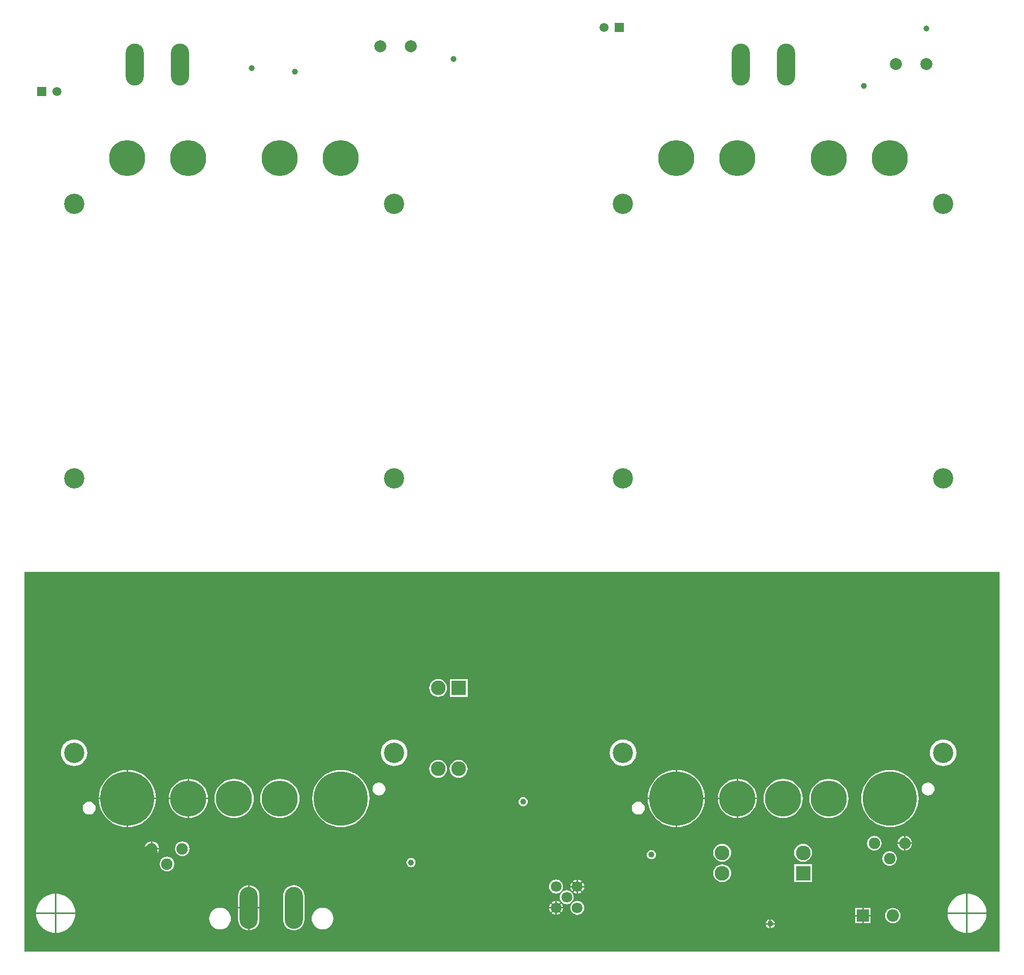
<source format=gbr>
%TF.GenerationSoftware,Altium Limited,Altium Designer,19.1.8 (144)*%
G04 Layer_Physical_Order=2*
G04 Layer_Color=16711680*
%FSLAX25Y25*%
%MOIN*%
%TF.FileFunction,Copper,L2,Bot,Signal*%
%TF.Part,Single*%
G01*
G75*
%TA.AperFunction,Conductor*%
%ADD16C,0.10000*%
%TA.AperFunction,ComponentPad*%
%ADD18C,0.23622*%
%ADD19C,0.35433*%
%ADD20C,0.13307*%
%ADD21C,0.03937*%
%ADD22R,0.08071X0.08071*%
%ADD23C,0.08071*%
%ADD24C,0.07087*%
%ADD25R,0.05906X0.05906*%
%ADD26C,0.05906*%
%ADD27C,0.09646*%
%ADD28R,0.09646X0.09646*%
%ADD29C,0.07874*%
%ADD30R,0.09646X0.09646*%
%ADD31O,0.11811X0.27559*%
%ADD32C,0.07500*%
%TA.AperFunction,ViaPad*%
%ADD33C,0.07087*%
G36*
X644500Y3500D02*
X5000D01*
Y252500D01*
X644500D01*
Y3500D01*
D02*
G37*
%LPC*%
G36*
X295516Y182339D02*
X283870D01*
Y170693D01*
X295516D01*
Y182339D01*
D02*
G37*
G36*
X276307Y182367D02*
X275166Y182254D01*
X274068Y181921D01*
X273056Y181381D01*
X272170Y180653D01*
X271442Y179766D01*
X270901Y178755D01*
X270568Y177657D01*
X270456Y176516D01*
X270568Y175374D01*
X270901Y174277D01*
X271442Y173265D01*
X272170Y172379D01*
X273056Y171651D01*
X274068Y171110D01*
X275166Y170777D01*
X276307Y170665D01*
X277449Y170777D01*
X278546Y171110D01*
X279558Y171651D01*
X280444Y172379D01*
X281172Y173265D01*
X281713Y174277D01*
X282046Y175374D01*
X282158Y176516D01*
X282046Y177657D01*
X281713Y178755D01*
X281172Y179766D01*
X280444Y180653D01*
X279558Y181381D01*
X278546Y181921D01*
X277449Y182254D01*
X276307Y182367D01*
D02*
G37*
G36*
X607342Y142719D02*
X605641Y142552D01*
X604006Y142055D01*
X602498Y141250D01*
X601177Y140165D01*
X600093Y138844D01*
X599287Y137337D01*
X598791Y135701D01*
X598623Y134000D01*
X598791Y132299D01*
X599287Y130663D01*
X600093Y129156D01*
X601177Y127835D01*
X602498Y126750D01*
X604006Y125945D01*
X605641Y125448D01*
X607342Y125281D01*
X609044Y125448D01*
X610679Y125945D01*
X612187Y126750D01*
X613508Y127835D01*
X614592Y129156D01*
X615398Y130663D01*
X615894Y132299D01*
X616062Y134000D01*
X615894Y135701D01*
X615398Y137337D01*
X614592Y138844D01*
X613508Y140165D01*
X612187Y141250D01*
X610679Y142055D01*
X609044Y142552D01*
X607342Y142719D01*
D02*
G37*
G36*
X397500D02*
X395799Y142552D01*
X394163Y142055D01*
X392656Y141250D01*
X391335Y140165D01*
X390250Y138844D01*
X389444Y137337D01*
X388948Y135701D01*
X388781Y134000D01*
X388948Y132299D01*
X389444Y130663D01*
X390250Y129156D01*
X391335Y127835D01*
X392656Y126750D01*
X394163Y125945D01*
X395799Y125448D01*
X397500Y125281D01*
X399201Y125448D01*
X400837Y125945D01*
X402344Y126750D01*
X403665Y127835D01*
X404750Y129156D01*
X405555Y130663D01*
X406051Y132299D01*
X406219Y134000D01*
X406051Y135701D01*
X405555Y137337D01*
X404750Y138844D01*
X403665Y140165D01*
X402344Y141250D01*
X400837Y142055D01*
X399201Y142552D01*
X397500Y142719D01*
D02*
G37*
G36*
X247421D02*
X245720Y142552D01*
X244085Y142055D01*
X242577Y141250D01*
X241256Y140165D01*
X240172Y138844D01*
X239366Y137337D01*
X238870Y135701D01*
X238702Y134000D01*
X238870Y132299D01*
X239366Y130663D01*
X240172Y129156D01*
X241256Y127835D01*
X242577Y126750D01*
X244085Y125945D01*
X245720Y125448D01*
X247421Y125281D01*
X249122Y125448D01*
X250758Y125945D01*
X252265Y126750D01*
X253587Y127835D01*
X254671Y129156D01*
X255477Y130663D01*
X255973Y132299D01*
X256140Y134000D01*
X255973Y135701D01*
X255477Y137337D01*
X254671Y138844D01*
X253587Y140165D01*
X252265Y141250D01*
X250758Y142055D01*
X249122Y142552D01*
X247421Y142719D01*
D02*
G37*
G36*
X37579D02*
X35878Y142552D01*
X34242Y142055D01*
X32735Y141250D01*
X31413Y140165D01*
X30329Y138844D01*
X29523Y137337D01*
X29027Y135701D01*
X28860Y134000D01*
X29027Y132299D01*
X29523Y130663D01*
X30329Y129156D01*
X31413Y127835D01*
X32735Y126750D01*
X34242Y125945D01*
X35878Y125448D01*
X37579Y125281D01*
X39280Y125448D01*
X40915Y125945D01*
X42423Y126750D01*
X43744Y127835D01*
X44828Y129156D01*
X45634Y130663D01*
X46130Y132299D01*
X46298Y134000D01*
X46130Y135701D01*
X45634Y137337D01*
X44828Y138844D01*
X43744Y140165D01*
X42423Y141250D01*
X40915Y142055D01*
X39280Y142552D01*
X37579Y142719D01*
D02*
G37*
G36*
X289693Y129335D02*
X288551Y129223D01*
X287454Y128890D01*
X286442Y128349D01*
X285556Y127621D01*
X284828Y126735D01*
X284287Y125723D01*
X283954Y124626D01*
X283842Y123484D01*
X283954Y122343D01*
X284287Y121245D01*
X284828Y120234D01*
X285556Y119347D01*
X286442Y118619D01*
X287454Y118079D01*
X288551Y117746D01*
X289693Y117633D01*
X290834Y117746D01*
X291932Y118079D01*
X292944Y118619D01*
X293830Y119347D01*
X294558Y120234D01*
X295098Y121245D01*
X295431Y122343D01*
X295544Y123484D01*
X295431Y124626D01*
X295098Y125723D01*
X294558Y126735D01*
X293830Y127621D01*
X292944Y128349D01*
X291932Y128890D01*
X290834Y129223D01*
X289693Y129335D01*
D02*
G37*
G36*
X276307D02*
X275166Y129223D01*
X274068Y128890D01*
X273056Y128349D01*
X272170Y127621D01*
X271442Y126735D01*
X270901Y125723D01*
X270568Y124626D01*
X270456Y123484D01*
X270568Y122343D01*
X270901Y121245D01*
X271442Y120234D01*
X272170Y119347D01*
X273056Y118619D01*
X274068Y118079D01*
X275166Y117746D01*
X276307Y117633D01*
X277449Y117746D01*
X278546Y118079D01*
X279558Y118619D01*
X280444Y119347D01*
X281172Y120234D01*
X281713Y121245D01*
X282046Y122343D01*
X282158Y123484D01*
X282046Y124626D01*
X281713Y125723D01*
X281172Y126735D01*
X280444Y127621D01*
X279558Y128349D01*
X278546Y128890D01*
X277449Y129223D01*
X276307Y129335D01*
D02*
G37*
G36*
X597421Y114536D02*
X596325Y114392D01*
X595303Y113969D01*
X594426Y113295D01*
X593752Y112418D01*
X593329Y111396D01*
X593185Y110300D01*
X593329Y109204D01*
X593752Y108182D01*
X594426Y107305D01*
X595303Y106631D01*
X596325Y106208D01*
X597421Y106064D01*
X598518Y106208D01*
X599539Y106631D01*
X600417Y107305D01*
X601090Y108182D01*
X601513Y109204D01*
X601657Y110300D01*
X601513Y111396D01*
X601090Y112418D01*
X600417Y113295D01*
X599539Y113969D01*
X598518Y114392D01*
X597421Y114536D01*
D02*
G37*
G36*
X237500D02*
X236404Y114392D01*
X235382Y113969D01*
X234505Y113295D01*
X233831Y112418D01*
X233408Y111396D01*
X233264Y110300D01*
X233408Y109204D01*
X233831Y108182D01*
X234505Y107305D01*
X235382Y106631D01*
X236404Y106208D01*
X237500Y106064D01*
X238596Y106208D01*
X239618Y106631D01*
X240495Y107305D01*
X241169Y108182D01*
X241592Y109204D01*
X241736Y110300D01*
X241592Y111396D01*
X241169Y112418D01*
X240495Y113295D01*
X239618Y113969D01*
X238596Y114392D01*
X237500Y114536D01*
D02*
G37*
G36*
X472921Y116811D02*
Y104500D01*
X485232D01*
X485114Y106010D01*
X484643Y107971D01*
X483871Y109834D01*
X482818Y111553D01*
X481508Y113087D01*
X479975Y114396D01*
X478255Y115450D01*
X476392Y116222D01*
X474432Y116692D01*
X472921Y116811D01*
D02*
G37*
G36*
X471921D02*
X470411Y116692D01*
X468450Y116222D01*
X466587Y115450D01*
X464868Y114396D01*
X463334Y113087D01*
X462025Y111553D01*
X460971Y109834D01*
X460199Y107971D01*
X459729Y106010D01*
X459610Y104500D01*
X471921D01*
Y116811D01*
D02*
G37*
G36*
X432921Y122724D02*
Y104500D01*
X451145D01*
X451017Y106448D01*
X450539Y108855D01*
X449750Y111178D01*
X448665Y113378D01*
X447302Y115418D01*
X445684Y117263D01*
X443840Y118881D01*
X441799Y120244D01*
X439599Y121329D01*
X437276Y122118D01*
X434869Y122596D01*
X432921Y122724D01*
D02*
G37*
G36*
X431921D02*
X429973Y122596D01*
X427567Y122118D01*
X425243Y121329D01*
X423043Y120244D01*
X421003Y118881D01*
X419158Y117263D01*
X417541Y115418D01*
X416177Y113378D01*
X415092Y111178D01*
X414304Y108855D01*
X413825Y106448D01*
X413697Y104500D01*
X431921D01*
Y122724D01*
D02*
G37*
G36*
X113000Y116811D02*
Y104500D01*
X125311D01*
X125192Y106010D01*
X124722Y107971D01*
X123950Y109834D01*
X122896Y111553D01*
X121587Y113087D01*
X120053Y114396D01*
X118334Y115450D01*
X116471Y116222D01*
X114510Y116692D01*
X113000Y116811D01*
D02*
G37*
G36*
X112000D02*
X110490Y116692D01*
X108529Y116222D01*
X106666Y115450D01*
X104947Y114396D01*
X103413Y113087D01*
X102104Y111553D01*
X101050Y109834D01*
X100278Y107971D01*
X99808Y106010D01*
X99689Y104500D01*
X112000D01*
Y116811D01*
D02*
G37*
G36*
X73000Y122724D02*
Y104500D01*
X91224D01*
X91096Y106448D01*
X90618Y108855D01*
X89829Y111178D01*
X88744Y113378D01*
X87381Y115418D01*
X85763Y117263D01*
X83918Y118881D01*
X81878Y120244D01*
X79678Y121329D01*
X77355Y122118D01*
X74948Y122596D01*
X73000Y122724D01*
D02*
G37*
G36*
X72000D02*
X70052Y122596D01*
X67645Y122118D01*
X65322Y121329D01*
X63122Y120244D01*
X61082Y118881D01*
X59237Y117263D01*
X57619Y115418D01*
X56256Y113378D01*
X55171Y111178D01*
X54382Y108855D01*
X53904Y106448D01*
X53776Y104500D01*
X72000D01*
Y122724D01*
D02*
G37*
G36*
X332000Y104930D02*
X331225Y104828D01*
X330503Y104529D01*
X329883Y104053D01*
X329407Y103433D01*
X329108Y102711D01*
X329006Y101936D01*
X329108Y101161D01*
X329407Y100439D01*
X329883Y99819D01*
X330503Y99343D01*
X331225Y99044D01*
X332000Y98942D01*
X332775Y99044D01*
X333497Y99343D01*
X334117Y99819D01*
X334593Y100439D01*
X334892Y101161D01*
X334994Y101936D01*
X334892Y102711D01*
X334593Y103433D01*
X334117Y104053D01*
X333497Y104529D01*
X332775Y104828D01*
X332000Y104930D01*
D02*
G37*
G36*
X407421Y101936D02*
X406325Y101792D01*
X405303Y101369D01*
X404426Y100696D01*
X403753Y99818D01*
X403329Y98796D01*
X403185Y97700D01*
X403329Y96604D01*
X403753Y95582D01*
X404426Y94705D01*
X405303Y94031D01*
X406325Y93608D01*
X407421Y93464D01*
X408518Y93608D01*
X409539Y94031D01*
X410417Y94705D01*
X411090Y95582D01*
X411513Y96604D01*
X411657Y97700D01*
X411513Y98796D01*
X411090Y99818D01*
X410417Y100696D01*
X409539Y101369D01*
X408518Y101792D01*
X407421Y101936D01*
D02*
G37*
G36*
X47500D02*
X46404Y101792D01*
X45382Y101369D01*
X44504Y100696D01*
X43831Y99818D01*
X43408Y98796D01*
X43264Y97700D01*
X43408Y96604D01*
X43831Y95582D01*
X44504Y94705D01*
X45382Y94031D01*
X46404Y93608D01*
X47500Y93464D01*
X48596Y93608D01*
X49618Y94031D01*
X50495Y94705D01*
X51169Y95582D01*
X51592Y96604D01*
X51736Y97700D01*
X51592Y98796D01*
X51169Y99818D01*
X50495Y100696D01*
X49618Y101369D01*
X48596Y101792D01*
X47500Y101936D01*
D02*
G37*
G36*
X485232Y103500D02*
X472921D01*
Y91189D01*
X474432Y91308D01*
X476392Y91778D01*
X478255Y92550D01*
X479975Y93604D01*
X481508Y94913D01*
X482818Y96447D01*
X483871Y98166D01*
X484643Y100029D01*
X485114Y101990D01*
X485232Y103500D01*
D02*
G37*
G36*
X471921D02*
X459610D01*
X459729Y101990D01*
X460199Y100029D01*
X460971Y98166D01*
X462025Y96447D01*
X463334Y94913D01*
X464868Y93604D01*
X466587Y92550D01*
X468450Y91778D01*
X470411Y91308D01*
X471921Y91189D01*
Y103500D01*
D02*
G37*
G36*
X125311D02*
X113000D01*
Y91189D01*
X114510Y91308D01*
X116471Y91778D01*
X118334Y92550D01*
X120053Y93604D01*
X121587Y94913D01*
X122896Y96447D01*
X123950Y98166D01*
X124722Y100029D01*
X125192Y101990D01*
X125311Y103500D01*
D02*
G37*
G36*
X112000D02*
X99689D01*
X99808Y101990D01*
X100278Y100029D01*
X101050Y98166D01*
X102104Y96447D01*
X103413Y94913D01*
X104947Y93604D01*
X106666Y92550D01*
X108529Y91778D01*
X110490Y91308D01*
X112000Y91189D01*
Y103500D01*
D02*
G37*
G36*
X532421Y116851D02*
X530411Y116692D01*
X528450Y116222D01*
X526587Y115450D01*
X524868Y114396D01*
X523334Y113087D01*
X522025Y111553D01*
X520971Y109834D01*
X520199Y107971D01*
X519729Y106010D01*
X519571Y104000D01*
X519729Y101990D01*
X520199Y100029D01*
X520971Y98166D01*
X522025Y96447D01*
X523334Y94913D01*
X524868Y93604D01*
X526587Y92550D01*
X528450Y91778D01*
X530411Y91308D01*
X532421Y91149D01*
X534432Y91308D01*
X536392Y91778D01*
X538255Y92550D01*
X539975Y93604D01*
X541508Y94913D01*
X542818Y96447D01*
X543871Y98166D01*
X544643Y100029D01*
X545114Y101990D01*
X545272Y104000D01*
X545114Y106010D01*
X544643Y107971D01*
X543871Y109834D01*
X542818Y111553D01*
X541508Y113087D01*
X539975Y114396D01*
X538255Y115450D01*
X536392Y116222D01*
X534432Y116692D01*
X532421Y116851D01*
D02*
G37*
G36*
X502421D02*
X500411Y116692D01*
X498450Y116222D01*
X496587Y115450D01*
X494868Y114396D01*
X493334Y113087D01*
X492025Y111553D01*
X490971Y109834D01*
X490200Y107971D01*
X489729Y106010D01*
X489571Y104000D01*
X489729Y101990D01*
X490200Y100029D01*
X490971Y98166D01*
X492025Y96447D01*
X493334Y94913D01*
X494868Y93604D01*
X496587Y92550D01*
X498450Y91778D01*
X500411Y91308D01*
X502421Y91149D01*
X504431Y91308D01*
X506392Y91778D01*
X508255Y92550D01*
X509975Y93604D01*
X511508Y94913D01*
X512818Y96447D01*
X513871Y98166D01*
X514643Y100029D01*
X515114Y101990D01*
X515272Y104000D01*
X515114Y106010D01*
X514643Y107971D01*
X513871Y109834D01*
X512818Y111553D01*
X511508Y113087D01*
X509975Y114396D01*
X508255Y115450D01*
X506392Y116222D01*
X504431Y116692D01*
X502421Y116851D01*
D02*
G37*
G36*
X172500D02*
X170490Y116692D01*
X168529Y116222D01*
X166666Y115450D01*
X164947Y114396D01*
X163413Y113087D01*
X162104Y111553D01*
X161050Y109834D01*
X160278Y107971D01*
X159808Y106010D01*
X159649Y104000D01*
X159808Y101990D01*
X160278Y100029D01*
X161050Y98166D01*
X162104Y96447D01*
X163413Y94913D01*
X164947Y93604D01*
X166666Y92550D01*
X168529Y91778D01*
X170490Y91308D01*
X172500Y91149D01*
X174510Y91308D01*
X176471Y91778D01*
X178334Y92550D01*
X180053Y93604D01*
X181587Y94913D01*
X182896Y96447D01*
X183950Y98166D01*
X184722Y100029D01*
X185192Y101990D01*
X185351Y104000D01*
X185192Y106010D01*
X184722Y107971D01*
X183950Y109834D01*
X182896Y111553D01*
X181587Y113087D01*
X180053Y114396D01*
X178334Y115450D01*
X176471Y116222D01*
X174510Y116692D01*
X172500Y116851D01*
D02*
G37*
G36*
X142500D02*
X140490Y116692D01*
X138529Y116222D01*
X136666Y115450D01*
X134947Y114396D01*
X133413Y113087D01*
X132104Y111553D01*
X131050Y109834D01*
X130278Y107971D01*
X129808Y106010D01*
X129649Y104000D01*
X129808Y101990D01*
X130278Y100029D01*
X131050Y98166D01*
X132104Y96447D01*
X133413Y94913D01*
X134947Y93604D01*
X136666Y92550D01*
X138529Y91778D01*
X140490Y91308D01*
X142500Y91149D01*
X144510Y91308D01*
X146471Y91778D01*
X148334Y92550D01*
X150053Y93604D01*
X151587Y94913D01*
X152896Y96447D01*
X153950Y98166D01*
X154722Y100029D01*
X155192Y101990D01*
X155351Y104000D01*
X155192Y106010D01*
X154722Y107971D01*
X153950Y109834D01*
X152896Y111553D01*
X151587Y113087D01*
X150053Y114396D01*
X148334Y115450D01*
X146471Y116222D01*
X144510Y116692D01*
X142500Y116851D01*
D02*
G37*
G36*
X451145Y103500D02*
X432921D01*
Y85276D01*
X434869Y85404D01*
X437276Y85882D01*
X439599Y86671D01*
X441799Y87756D01*
X443840Y89119D01*
X445684Y90737D01*
X447302Y92582D01*
X448665Y94622D01*
X449750Y96822D01*
X450539Y99145D01*
X451017Y101552D01*
X451145Y103500D01*
D02*
G37*
G36*
X431921D02*
X413697D01*
X413825Y101552D01*
X414304Y99145D01*
X415092Y96822D01*
X416177Y94622D01*
X417541Y92582D01*
X419158Y90737D01*
X421003Y89119D01*
X423043Y87756D01*
X425243Y86671D01*
X427567Y85882D01*
X429973Y85404D01*
X431921Y85276D01*
Y103500D01*
D02*
G37*
G36*
X91224D02*
X73000D01*
Y85276D01*
X74948Y85404D01*
X77355Y85882D01*
X79678Y86671D01*
X81878Y87756D01*
X83918Y89119D01*
X85763Y90737D01*
X87381Y92582D01*
X88744Y94622D01*
X89829Y96822D01*
X90618Y99145D01*
X91096Y101552D01*
X91224Y103500D01*
D02*
G37*
G36*
X72000D02*
X53776D01*
X53904Y101552D01*
X54382Y99145D01*
X55171Y96822D01*
X56256Y94622D01*
X57619Y92582D01*
X59237Y90737D01*
X61082Y89119D01*
X63122Y87756D01*
X65322Y86671D01*
X67645Y85882D01*
X70052Y85404D01*
X72000Y85276D01*
Y103500D01*
D02*
G37*
G36*
X572421Y122757D02*
X569973Y122596D01*
X567567Y122118D01*
X565243Y121329D01*
X563043Y120244D01*
X561003Y118881D01*
X559158Y117263D01*
X557541Y115418D01*
X556177Y113378D01*
X555092Y111178D01*
X554304Y108855D01*
X553825Y106448D01*
X553664Y104000D01*
X553825Y101552D01*
X554304Y99145D01*
X555092Y96822D01*
X556177Y94622D01*
X557541Y92582D01*
X559158Y90737D01*
X561003Y89119D01*
X563043Y87756D01*
X565243Y86671D01*
X567567Y85882D01*
X569973Y85404D01*
X572421Y85243D01*
X574869Y85404D01*
X577276Y85882D01*
X579599Y86671D01*
X581800Y87756D01*
X583840Y89119D01*
X585684Y90737D01*
X587302Y92582D01*
X588665Y94622D01*
X589750Y96822D01*
X590539Y99145D01*
X591017Y101552D01*
X591178Y104000D01*
X591017Y106448D01*
X590539Y108855D01*
X589750Y111178D01*
X588665Y113378D01*
X587302Y115418D01*
X585684Y117263D01*
X583840Y118881D01*
X581800Y120244D01*
X579599Y121329D01*
X577276Y122118D01*
X574869Y122596D01*
X572421Y122757D01*
D02*
G37*
G36*
X212500D02*
X210052Y122596D01*
X207645Y122118D01*
X205322Y121329D01*
X203122Y120244D01*
X201082Y118881D01*
X199237Y117263D01*
X197619Y115418D01*
X196256Y113378D01*
X195171Y111178D01*
X194382Y108855D01*
X193904Y106448D01*
X193743Y104000D01*
X193904Y101552D01*
X194382Y99145D01*
X195171Y96822D01*
X196256Y94622D01*
X197619Y92582D01*
X199237Y90737D01*
X201082Y89119D01*
X203122Y87756D01*
X205322Y86671D01*
X207645Y85882D01*
X210052Y85404D01*
X212500Y85243D01*
X214948Y85404D01*
X217355Y85882D01*
X219678Y86671D01*
X221878Y87756D01*
X223918Y89119D01*
X225763Y90737D01*
X227381Y92582D01*
X228744Y94622D01*
X229829Y96822D01*
X230618Y99145D01*
X231096Y101552D01*
X231257Y104000D01*
X231096Y106448D01*
X230618Y108855D01*
X229829Y111178D01*
X228744Y113378D01*
X227381Y115418D01*
X225763Y117263D01*
X223918Y118881D01*
X221878Y120244D01*
X219678Y121329D01*
X217355Y122118D01*
X214948Y122596D01*
X212500Y122757D01*
D02*
G37*
G36*
X582701Y79393D02*
Y75168D01*
X586927D01*
X586829Y75908D01*
X586350Y77063D01*
X585589Y78056D01*
X584597Y78817D01*
X583441Y79296D01*
X582701Y79393D01*
D02*
G37*
G36*
X581701Y79393D02*
X580961Y79296D01*
X579806Y78817D01*
X578814Y78056D01*
X578052Y77063D01*
X577574Y75908D01*
X577476Y75168D01*
X581701D01*
Y79393D01*
D02*
G37*
G36*
X89000Y75784D02*
Y71559D01*
X93225D01*
X93128Y72299D01*
X92649Y73454D01*
X91888Y74447D01*
X90895Y75208D01*
X89740Y75687D01*
X89000Y75784D01*
D02*
G37*
G36*
X88000D02*
X87260Y75687D01*
X86105Y75208D01*
X85112Y74447D01*
X84351Y73454D01*
X83872Y72299D01*
X83775Y71559D01*
X88000D01*
Y75784D01*
D02*
G37*
G36*
X581701Y74168D02*
X577476D01*
X577574Y73428D01*
X578052Y72272D01*
X578814Y71280D01*
X579806Y70519D01*
X580961Y70040D01*
X581701Y69943D01*
Y74168D01*
D02*
G37*
G36*
X586927D02*
X582701D01*
Y69943D01*
X583441Y70040D01*
X584597Y70519D01*
X585589Y71280D01*
X586350Y72272D01*
X586829Y73428D01*
X586927Y74168D01*
D02*
G37*
G36*
X562201Y79459D02*
X560961Y79296D01*
X559806Y78817D01*
X558814Y78056D01*
X558052Y77063D01*
X557574Y75908D01*
X557410Y74668D01*
X557574Y73428D01*
X558052Y72272D01*
X558814Y71280D01*
X559806Y70519D01*
X560961Y70040D01*
X562201Y69877D01*
X563441Y70040D01*
X564597Y70519D01*
X565589Y71280D01*
X566351Y72272D01*
X566829Y73428D01*
X566992Y74668D01*
X566829Y75908D01*
X566351Y77063D01*
X565589Y78056D01*
X564597Y78817D01*
X563441Y79296D01*
X562201Y79459D01*
D02*
G37*
G36*
X93225Y70559D02*
X89000D01*
Y66334D01*
X89740Y66431D01*
X90895Y66910D01*
X91888Y67671D01*
X92649Y68664D01*
X93128Y69819D01*
X93225Y70559D01*
D02*
G37*
G36*
X88000D02*
X83775D01*
X83872Y69819D01*
X84351Y68664D01*
X85112Y67671D01*
X86105Y66910D01*
X87260Y66431D01*
X88000Y66334D01*
Y70559D01*
D02*
G37*
G36*
X108500Y75850D02*
X107260Y75687D01*
X106105Y75208D01*
X105112Y74447D01*
X104351Y73454D01*
X103872Y72299D01*
X103709Y71059D01*
X103872Y69819D01*
X104351Y68664D01*
X105112Y67671D01*
X106105Y66910D01*
X107260Y66431D01*
X108500Y66268D01*
X109740Y66431D01*
X110896Y66910D01*
X111888Y67671D01*
X112649Y68664D01*
X113128Y69819D01*
X113291Y71059D01*
X113128Y72299D01*
X112649Y73454D01*
X111888Y74447D01*
X110896Y75208D01*
X109740Y75687D01*
X108500Y75850D01*
D02*
G37*
G36*
X416032Y70175D02*
X415257Y70073D01*
X414535Y69774D01*
X413914Y69298D01*
X413439Y68678D01*
X413139Y67956D01*
X413037Y67181D01*
X413139Y66406D01*
X413439Y65684D01*
X413914Y65064D01*
X414535Y64588D01*
X415257Y64289D01*
X416032Y64187D01*
X416807Y64289D01*
X417529Y64588D01*
X418149Y65064D01*
X418625Y65684D01*
X418924Y66406D01*
X419026Y67181D01*
X418924Y67956D01*
X418625Y68678D01*
X418149Y69298D01*
X417529Y69774D01*
X416807Y70073D01*
X416032Y70175D01*
D02*
G37*
G36*
X515516Y74257D02*
X514374Y74144D01*
X513277Y73811D01*
X512265Y73271D01*
X511378Y72543D01*
X510651Y71656D01*
X510110Y70645D01*
X509777Y69547D01*
X509665Y68406D01*
X509777Y67264D01*
X510110Y66167D01*
X510651Y65155D01*
X511378Y64268D01*
X512265Y63541D01*
X513277Y63000D01*
X514374Y62667D01*
X515516Y62555D01*
X516657Y62667D01*
X517755Y63000D01*
X518766Y63541D01*
X519653Y64268D01*
X520381Y65155D01*
X520921Y66167D01*
X521254Y67264D01*
X521367Y68406D01*
X521254Y69547D01*
X520921Y70645D01*
X520381Y71656D01*
X519653Y72543D01*
X518766Y73271D01*
X517755Y73811D01*
X516657Y74144D01*
X515516Y74257D01*
D02*
G37*
G36*
X462484D02*
X461343Y74144D01*
X460245Y73811D01*
X459234Y73271D01*
X458347Y72543D01*
X457619Y71656D01*
X457079Y70645D01*
X456746Y69547D01*
X456633Y68406D01*
X456746Y67264D01*
X457079Y66167D01*
X457619Y65155D01*
X458347Y64268D01*
X459234Y63541D01*
X460245Y63000D01*
X461343Y62667D01*
X462484Y62555D01*
X463626Y62667D01*
X464723Y63000D01*
X465735Y63541D01*
X466621Y64268D01*
X467349Y65155D01*
X467890Y66167D01*
X468223Y67264D01*
X468335Y68406D01*
X468223Y69547D01*
X467890Y70645D01*
X467349Y71656D01*
X466621Y72543D01*
X465735Y73271D01*
X464723Y73811D01*
X463626Y74144D01*
X462484Y74257D01*
D02*
G37*
G36*
X572201Y69459D02*
X570961Y69296D01*
X569806Y68817D01*
X568814Y68056D01*
X568052Y67063D01*
X567574Y65908D01*
X567410Y64668D01*
X567574Y63428D01*
X568052Y62272D01*
X568814Y61280D01*
X569806Y60519D01*
X570961Y60040D01*
X572201Y59877D01*
X573441Y60040D01*
X574597Y60519D01*
X575589Y61280D01*
X576350Y62272D01*
X576829Y63428D01*
X576992Y64668D01*
X576829Y65908D01*
X576350Y67063D01*
X575589Y68056D01*
X574597Y68817D01*
X573441Y69296D01*
X572201Y69459D01*
D02*
G37*
G36*
X258500Y64994D02*
X257725Y64892D01*
X257003Y64593D01*
X256383Y64117D01*
X255907Y63497D01*
X255608Y62775D01*
X255506Y62000D01*
X255608Y61225D01*
X255907Y60503D01*
X256383Y59883D01*
X257003Y59407D01*
X257725Y59108D01*
X258500Y59006D01*
X259275Y59108D01*
X259997Y59407D01*
X260617Y59883D01*
X261093Y60503D01*
X261392Y61225D01*
X261494Y62000D01*
X261392Y62775D01*
X261093Y63497D01*
X260617Y64117D01*
X259997Y64593D01*
X259275Y64892D01*
X258500Y64994D01*
D02*
G37*
G36*
X98500Y65850D02*
X97260Y65687D01*
X96105Y65208D01*
X95112Y64447D01*
X94351Y63455D01*
X93872Y62299D01*
X93709Y61059D01*
X93872Y59819D01*
X94351Y58663D01*
X95112Y57671D01*
X96105Y56910D01*
X97260Y56431D01*
X98500Y56268D01*
X99740Y56431D01*
X100896Y56910D01*
X101888Y57671D01*
X102649Y58663D01*
X103128Y59819D01*
X103291Y61059D01*
X103128Y62299D01*
X102649Y63455D01*
X101888Y64447D01*
X100896Y65208D01*
X99740Y65687D01*
X98500Y65850D01*
D02*
G37*
G36*
X521339Y60843D02*
X509693D01*
Y49197D01*
X521339D01*
Y60843D01*
D02*
G37*
G36*
X462484Y60871D02*
X461343Y60758D01*
X460245Y60425D01*
X459234Y59885D01*
X458347Y59157D01*
X457619Y58270D01*
X457079Y57259D01*
X456746Y56161D01*
X456633Y55020D01*
X456746Y53878D01*
X457079Y52781D01*
X457619Y51769D01*
X458347Y50883D01*
X459234Y50155D01*
X460245Y49614D01*
X461343Y49281D01*
X462484Y49169D01*
X463626Y49281D01*
X464723Y49614D01*
X465735Y50155D01*
X466621Y50883D01*
X467349Y51769D01*
X467890Y52781D01*
X468223Y53878D01*
X468335Y55020D01*
X468223Y56161D01*
X467890Y57259D01*
X467349Y58270D01*
X466621Y59157D01*
X465735Y59885D01*
X464723Y60425D01*
X463626Y60758D01*
X462484Y60871D01*
D02*
G37*
G36*
X367000Y50760D02*
X366314Y50670D01*
X365761Y50441D01*
X365209Y50212D01*
X364660Y49791D01*
X367000Y47451D01*
Y50760D01*
D02*
G37*
G36*
X368000D02*
Y47451D01*
X370340Y49791D01*
X369791Y50212D01*
X369239Y50441D01*
X368686Y50670D01*
X368000Y50760D01*
D02*
G37*
G36*
X371047Y49084D02*
X368707Y46744D01*
X372017D01*
X371926Y47430D01*
X371697Y47982D01*
X371469Y48535D01*
X371047Y49084D01*
D02*
G37*
G36*
X363953D02*
X363531Y48535D01*
X363302Y47982D01*
X363074Y47430D01*
X362983Y46744D01*
X366293D01*
X363953Y49084D01*
D02*
G37*
G36*
X366293Y45744D02*
X362983D01*
X363074Y45057D01*
X363302Y44505D01*
X363531Y43952D01*
X363953Y43403D01*
X366293Y45744D01*
D02*
G37*
G36*
X372017D02*
X368707D01*
X371047Y43403D01*
X371469Y43952D01*
X371697Y44505D01*
X371926Y45057D01*
X372017Y45744D01*
D02*
G37*
G36*
X368000Y45037D02*
Y41727D01*
X368686Y41817D01*
X369239Y42046D01*
X369791Y42275D01*
X370340Y42696D01*
X368000Y45037D01*
D02*
G37*
G36*
X367000D02*
X364660Y42696D01*
X365209Y42275D01*
X365761Y42046D01*
X366314Y41817D01*
X367000Y41727D01*
Y45037D01*
D02*
G37*
G36*
X353581Y50826D02*
X352395Y50670D01*
X351842Y50441D01*
X351289Y50212D01*
X350340Y49484D01*
X349612Y48535D01*
X349383Y47982D01*
X349154Y47430D01*
X348998Y46244D01*
X349154Y45057D01*
X349383Y44505D01*
X349612Y43952D01*
X350340Y43003D01*
X351289Y42275D01*
X351842Y42046D01*
X352395Y41817D01*
X353581Y41661D01*
X354767Y41817D01*
X355319Y42046D01*
X355872Y42275D01*
X356821Y43003D01*
X357549Y43952D01*
X357778Y44505D01*
X358007Y45057D01*
X358163Y46244D01*
X358007Y47430D01*
X357778Y47982D01*
X357549Y48535D01*
X356821Y49484D01*
X355872Y50212D01*
X355319Y50441D01*
X354767Y50670D01*
X353581Y50826D01*
D02*
G37*
G36*
X360540Y43866D02*
X359354Y43710D01*
X358802Y43481D01*
X358249Y43252D01*
X357300Y42524D01*
X356572Y41575D01*
X356343Y41023D01*
X356114Y40470D01*
X355958Y39284D01*
X356114Y38098D01*
X356343Y37545D01*
X356572Y36993D01*
X357300Y36044D01*
X358249Y35315D01*
X358802Y35086D01*
X359354Y34857D01*
X360540Y34701D01*
X361726Y34857D01*
X362279Y35086D01*
X362831Y35315D01*
X363781Y36044D01*
X364509Y36993D01*
X364738Y37545D01*
X364967Y38098D01*
X365123Y39284D01*
X364967Y40470D01*
X364738Y41023D01*
X364509Y41575D01*
X363781Y42524D01*
X362831Y43252D01*
X362279Y43481D01*
X361726Y43710D01*
X360540Y43866D01*
D02*
G37*
G36*
X354081Y36841D02*
Y33531D01*
X356421Y35871D01*
X355872Y36293D01*
X355319Y36522D01*
X354767Y36751D01*
X354081Y36841D01*
D02*
G37*
G36*
X353081D02*
X352395Y36751D01*
X351842Y36522D01*
X351289Y36293D01*
X350740Y35871D01*
X353081Y33531D01*
Y36841D01*
D02*
G37*
G36*
X152614Y47157D02*
Y32894D01*
X159053D01*
Y40268D01*
X158920Y41621D01*
X158525Y42923D01*
X157884Y44123D01*
X157021Y45174D01*
X155969Y46037D01*
X154770Y46678D01*
X153468Y47073D01*
X152614Y47157D01*
D02*
G37*
G36*
X151614D02*
X150760Y47073D01*
X149459Y46678D01*
X148259Y46037D01*
X147208Y45174D01*
X146345Y44123D01*
X145703Y42923D01*
X145309Y41621D01*
X145175Y40268D01*
Y32894D01*
X151614D01*
Y47157D01*
D02*
G37*
G36*
X357128Y35164D02*
X354788Y32824D01*
X358097D01*
X358007Y33510D01*
X357778Y34063D01*
X357549Y34615D01*
X357128Y35164D01*
D02*
G37*
G36*
X350033Y35164D02*
X349612Y34615D01*
X349383Y34063D01*
X349154Y33510D01*
X349064Y32824D01*
X352373D01*
X350033Y35164D01*
D02*
G37*
G36*
X352374Y31824D02*
X349064D01*
X349154Y31138D01*
X349383Y30586D01*
X349612Y30033D01*
X350033Y29484D01*
X352374Y31824D01*
D02*
G37*
G36*
X358097D02*
X354788D01*
X357128Y29484D01*
X357549Y30033D01*
X357778Y30586D01*
X358007Y31138D01*
X358097Y31824D01*
D02*
G37*
G36*
X623500Y41591D02*
Y29280D01*
X635811D01*
X635692Y30790D01*
X635222Y32751D01*
X634450Y34614D01*
X633396Y36333D01*
X632087Y37866D01*
X630553Y39176D01*
X628834Y40230D01*
X626971Y41001D01*
X625010Y41472D01*
X623500Y41591D01*
D02*
G37*
G36*
X26000D02*
Y29280D01*
X38311D01*
X38192Y30790D01*
X37722Y32751D01*
X36950Y34614D01*
X35896Y36333D01*
X34587Y37866D01*
X33053Y39176D01*
X31334Y40230D01*
X29471Y41001D01*
X27510Y41472D01*
X26000Y41591D01*
D02*
G37*
G36*
X622500D02*
X620990Y41472D01*
X619029Y41001D01*
X617166Y40230D01*
X615447Y39176D01*
X613913Y37866D01*
X612604Y36333D01*
X611550Y34614D01*
X610778Y32751D01*
X610308Y30790D01*
X610189Y29280D01*
X622500D01*
Y41591D01*
D02*
G37*
G36*
X25000D02*
X23490Y41472D01*
X21529Y41001D01*
X19666Y40230D01*
X17947Y39176D01*
X16413Y37866D01*
X15104Y36333D01*
X14050Y34614D01*
X13278Y32751D01*
X12808Y30790D01*
X12689Y29280D01*
X25000D01*
Y41591D01*
D02*
G37*
G36*
X354081Y31117D02*
Y27808D01*
X354767Y27898D01*
X355319Y28127D01*
X355872Y28356D01*
X356421Y28777D01*
X354081Y31117D01*
D02*
G37*
G36*
X353081Y31117D02*
X350740Y28777D01*
X351289Y28356D01*
X351842Y28127D01*
X352395Y27898D01*
X353081Y27808D01*
Y31117D01*
D02*
G37*
G36*
X367500Y36907D02*
X366314Y36751D01*
X365761Y36522D01*
X365209Y36293D01*
X364260Y35565D01*
X363531Y34615D01*
X363302Y34063D01*
X363074Y33510D01*
X362917Y32324D01*
X363074Y31138D01*
X363302Y30586D01*
X363531Y30033D01*
X364260Y29084D01*
X365209Y28356D01*
X365761Y28127D01*
X366314Y27898D01*
X367500Y27742D01*
X368686Y27898D01*
X369239Y28127D01*
X369791Y28356D01*
X370740Y29084D01*
X371469Y30033D01*
X371697Y30586D01*
X371926Y31138D01*
X372082Y32324D01*
X371926Y33510D01*
X371697Y34063D01*
X371469Y34615D01*
X370740Y35565D01*
X369791Y36293D01*
X369239Y36522D01*
X368686Y36751D01*
X367500Y36907D01*
D02*
G37*
G36*
X559762Y32235D02*
X555227D01*
Y27700D01*
X559762D01*
Y32235D01*
D02*
G37*
G36*
X554227D02*
X549692D01*
Y27700D01*
X554227D01*
Y32235D01*
D02*
G37*
G36*
X494500Y24801D02*
Y22372D01*
X496928D01*
X496892Y22647D01*
X496593Y23369D01*
X496117Y23989D01*
X495497Y24465D01*
X494775Y24764D01*
X494500Y24801D01*
D02*
G37*
G36*
X493500D02*
X493225Y24764D01*
X492503Y24465D01*
X491883Y23989D01*
X491407Y23369D01*
X491108Y22647D01*
X491072Y22372D01*
X493500D01*
Y24801D01*
D02*
G37*
G36*
X559762Y26700D02*
X555227D01*
Y22165D01*
X559762D01*
Y26700D01*
D02*
G37*
G36*
X554227D02*
X549692D01*
Y22165D01*
X554227D01*
Y26700D01*
D02*
G37*
G36*
X574412Y32279D02*
X573098Y32106D01*
X571873Y31598D01*
X570821Y30791D01*
X570014Y29739D01*
X569506Y28515D01*
X569333Y27200D01*
X569506Y25885D01*
X570014Y24661D01*
X570821Y23609D01*
X571873Y22802D01*
X573098Y22294D01*
X574412Y22121D01*
X575727Y22294D01*
X576952Y22802D01*
X578003Y23609D01*
X578811Y24661D01*
X579318Y25885D01*
X579491Y27200D01*
X579318Y28515D01*
X578811Y29739D01*
X578003Y30791D01*
X576952Y31598D01*
X575727Y32106D01*
X574412Y32279D01*
D02*
G37*
G36*
X496928Y21372D02*
X494500D01*
Y18944D01*
X494775Y18980D01*
X495497Y19279D01*
X496117Y19755D01*
X496593Y20375D01*
X496892Y21097D01*
X496928Y21372D01*
D02*
G37*
G36*
X493500D02*
X491072D01*
X491108Y21097D01*
X491407Y20375D01*
X491883Y19755D01*
X492503Y19279D01*
X493225Y18980D01*
X493500Y18944D01*
Y21372D01*
D02*
G37*
G36*
X200500Y32424D02*
X199108Y32287D01*
X197769Y31881D01*
X196535Y31221D01*
X195454Y30334D01*
X194566Y29252D01*
X193906Y28019D01*
X193500Y26680D01*
X193363Y25287D01*
X193500Y23895D01*
X193906Y22556D01*
X194566Y21322D01*
X195454Y20241D01*
X196535Y19353D01*
X197769Y18694D01*
X199108Y18288D01*
X200500Y18151D01*
X201892Y18288D01*
X203231Y18694D01*
X204465Y19353D01*
X205546Y20241D01*
X206434Y21322D01*
X207094Y22556D01*
X207500Y23895D01*
X207637Y25287D01*
X207500Y26680D01*
X207094Y28019D01*
X206434Y29252D01*
X205546Y30334D01*
X204465Y31221D01*
X203231Y31881D01*
X201892Y32287D01*
X200500Y32424D01*
D02*
G37*
G36*
X133217D02*
X131824Y32287D01*
X130485Y31881D01*
X129252Y31221D01*
X128170Y30334D01*
X127283Y29252D01*
X126623Y28019D01*
X126217Y26680D01*
X126080Y25287D01*
X126217Y23895D01*
X126623Y22556D01*
X127283Y21322D01*
X128170Y20241D01*
X129252Y19353D01*
X130485Y18694D01*
X131824Y18288D01*
X133217Y18151D01*
X134609Y18288D01*
X135948Y18694D01*
X137181Y19353D01*
X138263Y20241D01*
X139151Y21322D01*
X139810Y22556D01*
X140216Y23895D01*
X140353Y25287D01*
X140216Y26680D01*
X139810Y28019D01*
X139151Y29252D01*
X138263Y30334D01*
X137181Y31221D01*
X135948Y31881D01*
X134609Y32287D01*
X133217Y32424D01*
D02*
G37*
G36*
X159053Y31894D02*
X152614D01*
Y17630D01*
X153468Y17714D01*
X154770Y18109D01*
X155969Y18750D01*
X157021Y19613D01*
X157884Y20665D01*
X158525Y21864D01*
X158920Y23166D01*
X159053Y24520D01*
Y31894D01*
D02*
G37*
G36*
X151614D02*
X145175D01*
Y24520D01*
X145309Y23166D01*
X145703Y21864D01*
X146345Y20665D01*
X147208Y19613D01*
X148259Y18750D01*
X149459Y18109D01*
X150760Y17714D01*
X151614Y17630D01*
Y31894D01*
D02*
G37*
G36*
X181602Y47207D02*
X180249Y47073D01*
X178947Y46678D01*
X177747Y46037D01*
X176696Y45174D01*
X175833Y44123D01*
X175192Y42923D01*
X174797Y41621D01*
X174663Y40268D01*
Y24520D01*
X174797Y23166D01*
X175192Y21864D01*
X175833Y20665D01*
X176696Y19613D01*
X177747Y18750D01*
X178947Y18109D01*
X180249Y17714D01*
X181602Y17581D01*
X182956Y17714D01*
X184258Y18109D01*
X185457Y18750D01*
X186509Y19613D01*
X187372Y20665D01*
X188013Y21864D01*
X188408Y23166D01*
X188541Y24520D01*
Y40268D01*
X188408Y41621D01*
X188013Y42923D01*
X187372Y44123D01*
X186509Y45174D01*
X185457Y46037D01*
X184258Y46678D01*
X182956Y47073D01*
X181602Y47207D01*
D02*
G37*
G36*
X38311Y28280D02*
X26000D01*
Y15968D01*
X27510Y16087D01*
X29471Y16558D01*
X31334Y17330D01*
X33053Y18383D01*
X34587Y19693D01*
X35896Y21226D01*
X36950Y22946D01*
X37722Y24809D01*
X38192Y26769D01*
X38311Y28280D01*
D02*
G37*
G36*
X635811D02*
X623500D01*
Y15968D01*
X625010Y16087D01*
X626971Y16558D01*
X628834Y17330D01*
X630553Y18383D01*
X632087Y19693D01*
X633396Y21226D01*
X634450Y22946D01*
X635222Y24809D01*
X635692Y26769D01*
X635811Y28280D01*
D02*
G37*
G36*
X622500D02*
X610189D01*
X610308Y26769D01*
X610778Y24809D01*
X611550Y22946D01*
X612604Y21226D01*
X613913Y19693D01*
X615447Y18383D01*
X617166Y17330D01*
X619029Y16558D01*
X620990Y16087D01*
X622500Y15968D01*
Y28280D01*
D02*
G37*
G36*
X25000D02*
X12689D01*
X12808Y26769D01*
X13278Y24809D01*
X14050Y22946D01*
X15104Y21226D01*
X16413Y19693D01*
X17947Y18383D01*
X19666Y17330D01*
X21529Y16558D01*
X23490Y16087D01*
X25000Y15968D01*
Y28280D01*
D02*
G37*
%LPD*%
D16*
X87500Y63500D02*
Y68500D01*
D18*
X112500Y104000D02*
D03*
X142500D02*
D03*
X172500D02*
D03*
X472421D02*
D03*
X502421D02*
D03*
X532421D02*
D03*
X572421Y524000D02*
D03*
X532421D02*
D03*
X472421D02*
D03*
X432421D02*
D03*
X212500D02*
D03*
X172500D02*
D03*
X112500D02*
D03*
X72500D02*
D03*
D19*
X72500Y104000D02*
D03*
X212500D02*
D03*
X432421D02*
D03*
X572421D02*
D03*
D20*
X37579Y134000D02*
D03*
Y314000D02*
D03*
Y494000D02*
D03*
X247421Y314000D02*
D03*
X397500D02*
D03*
X247421Y134000D02*
D03*
X397500D02*
D03*
X607342D02*
D03*
Y314000D02*
D03*
Y494000D02*
D03*
X397500D02*
D03*
X247421D02*
D03*
D21*
X258500Y62000D02*
D03*
X332000Y101936D02*
D03*
X416032Y67181D02*
D03*
X494000Y21872D02*
D03*
X555500Y571314D02*
D03*
X596343Y608937D02*
D03*
X286500Y589000D02*
D03*
X182468Y580500D02*
D03*
X154000Y583000D02*
D03*
D22*
X554727Y27200D02*
D03*
D23*
X574412Y27200D02*
D03*
D24*
X353581Y32324D02*
D03*
X367500D02*
D03*
Y46244D02*
D03*
X360540Y39284D02*
D03*
X353581Y46244D02*
D03*
D25*
X16500Y567500D02*
D03*
X395000Y609500D02*
D03*
D26*
X26500Y567500D02*
D03*
X385000Y609500D02*
D03*
D27*
X276307Y123484D02*
D03*
X289693D02*
D03*
X276307Y176516D02*
D03*
X462484Y55020D02*
D03*
Y68406D02*
D03*
X515516D02*
D03*
D28*
X289693Y176516D02*
D03*
D29*
X596343Y585658D02*
D03*
X576342D02*
D03*
X258343Y597157D02*
D03*
X238342D02*
D03*
D30*
X515516Y55020D02*
D03*
D31*
X152114Y32394D02*
D03*
X181602D02*
D03*
X504259Y585264D02*
D03*
X474771D02*
D03*
X106859Y585240D02*
D03*
X77371D02*
D03*
D32*
X98500Y61059D02*
D03*
X108500Y71059D02*
D03*
X88500D02*
D03*
X562201Y74668D02*
D03*
X572201Y64668D02*
D03*
X582201Y74668D02*
D03*
D33*
X353581Y32324D02*
D03*
X367500D02*
D03*
Y46244D02*
D03*
X353581D02*
D03*
X360540Y39284D02*
D03*
%TF.MD5,6c6dcabc7df1c924d093e213b43cf0ef*%
M02*

</source>
